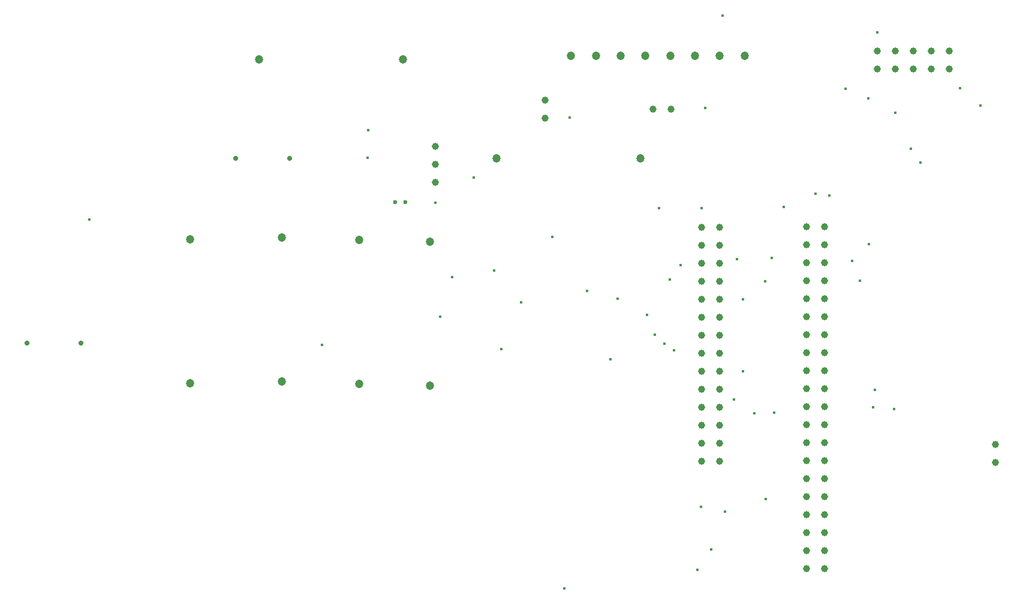
<source format=gbr>
%TF.GenerationSoftware,KiCad,Pcbnew,(5.1.9-0-10_14)*%
%TF.CreationDate,2021-02-20T16:02:16+00:00*%
%TF.ProjectId,base8x,62617365-3878-42e6-9b69-6361645f7063,rev?*%
%TF.SameCoordinates,Original*%
%TF.FileFunction,Plated,1,4,PTH,Drill*%
%TF.FilePolarity,Positive*%
%FSLAX46Y46*%
G04 Gerber Fmt 4.6, Leading zero omitted, Abs format (unit mm)*
G04 Created by KiCad (PCBNEW (5.1.9-0-10_14)) date 2021-02-20 16:02:16*
%MOMM*%
%LPD*%
G01*
G04 APERTURE LIST*
%TA.AperFunction,ViaDrill*%
%ADD10C,0.400000*%
%TD*%
%TA.AperFunction,ComponentDrill*%
%ADD11C,0.600000*%
%TD*%
%TA.AperFunction,ComponentDrill*%
%ADD12C,0.700000*%
%TD*%
%TA.AperFunction,ComponentDrill*%
%ADD13C,1.000000*%
%TD*%
%TA.AperFunction,ComponentDrill*%
%ADD14C,1.200000*%
%TD*%
G04 APERTURE END LIST*
D10*
X-326850000Y-53470000D03*
X-294020000Y-71100000D03*
X-287570000Y-44750000D03*
X-287470000Y-40830000D03*
X-278040000Y-51100000D03*
X-278040000Y-51100000D03*
X-277320000Y-67120000D03*
X-275610000Y-61590000D03*
X-272590000Y-47480000D03*
X-269720000Y-60650000D03*
X-268720000Y-71760000D03*
X-265904500Y-65124500D03*
X-261470000Y-55910000D03*
X-259850000Y-105480000D03*
X-259040000Y-39080000D03*
X-256630000Y-63550000D03*
X-253280000Y-73150000D03*
X-252250000Y-64590000D03*
X-248110000Y-66930000D03*
X-247040000Y-69690000D03*
X-246419990Y-51810010D03*
X-245640000Y-70940000D03*
X-244890000Y-61930000D03*
X-244890000Y-61930000D03*
X-244280000Y-71930000D03*
X-243370000Y-59840000D03*
X-241010000Y-102920000D03*
X-240490000Y-93960000D03*
X-240410000Y-51810010D03*
X-239910000Y-37700000D03*
X-239100000Y-99990000D03*
X-237420000Y-24690000D03*
X-237150000Y-94700000D03*
X-235810000Y-78800000D03*
X-235400000Y-59050000D03*
X-234620000Y-64730000D03*
X-234590000Y-74890000D03*
X-232990000Y-80770000D03*
X-231470000Y-62190000D03*
X-231350000Y-92910000D03*
X-230540000Y-58840000D03*
X-230150000Y-80680000D03*
X-228860000Y-51690000D03*
X-224370000Y-49810000D03*
X-222370000Y-50030000D03*
X-220070000Y-35000000D03*
X-219165000Y-59265000D03*
X-218060000Y-62050000D03*
X-216890000Y-36350000D03*
X-216820000Y-56910000D03*
X-216199990Y-79910000D03*
X-215970000Y-77500000D03*
X-215620600Y-27030600D03*
X-213270000Y-80170000D03*
X-213080600Y-38350600D03*
X-210880000Y-43480000D03*
X-209520000Y-45400000D03*
X-203890000Y-34860000D03*
X-201060000Y-37370000D03*
D11*
%TO.C,C1*%
X-283718000Y-51003200D03*
X-282218000Y-51003200D03*
D12*
%TO.C,D2*%
X-335691640Y-70898520D03*
X-328071640Y-70898520D03*
%TO.C,D1*%
X-306170000Y-44800000D03*
X-298550000Y-44800000D03*
D13*
%TO.C,Temp_sensor1*%
X-278020000Y-43150000D03*
X-278020000Y-45690000D03*
X-278020000Y-48230000D03*
%TO.C,P3*%
X-262500000Y-36580000D03*
X-262500000Y-39120000D03*
%TO.C,P4*%
X-247300000Y-37840000D03*
X-244760000Y-37840000D03*
%TO.C,J3*%
X-240450000Y-54570000D03*
X-240450000Y-57110000D03*
X-240450000Y-59650000D03*
X-240450000Y-62190000D03*
X-240450000Y-64730000D03*
X-240450000Y-67270000D03*
X-240450000Y-69810000D03*
X-240450000Y-72350000D03*
X-240450000Y-74890000D03*
X-240450000Y-77430000D03*
X-240450000Y-79970000D03*
X-240450000Y-82510000D03*
X-240450000Y-85050000D03*
X-240450000Y-87590000D03*
X-237910000Y-54570000D03*
X-237910000Y-57110000D03*
X-237910000Y-59650000D03*
X-237910000Y-62190000D03*
X-237910000Y-64730000D03*
X-237910000Y-67270000D03*
X-237910000Y-69810000D03*
X-237910000Y-72350000D03*
X-237910000Y-74890000D03*
X-237910000Y-77430000D03*
X-237910000Y-79970000D03*
X-237910000Y-82510000D03*
X-237910000Y-85050000D03*
X-237910000Y-87590000D03*
%TO.C,Raspberry_header1*%
X-225640000Y-54430000D03*
X-225640000Y-56970000D03*
X-225640000Y-59510000D03*
X-225640000Y-62050000D03*
X-225640000Y-64590000D03*
X-225640000Y-67130000D03*
X-225640000Y-69670000D03*
X-225640000Y-72210000D03*
X-225640000Y-74750000D03*
X-225640000Y-77290000D03*
X-225640000Y-79830000D03*
X-225640000Y-82370000D03*
X-225640000Y-84910000D03*
X-225640000Y-87450000D03*
X-225640000Y-89990000D03*
X-225640000Y-92530000D03*
X-225640000Y-95070000D03*
X-225640000Y-97610000D03*
X-225640000Y-100150000D03*
X-225640000Y-102690000D03*
X-223100000Y-54430000D03*
X-223100000Y-56970000D03*
X-223100000Y-59510000D03*
X-223100000Y-62050000D03*
X-223100000Y-64590000D03*
X-223100000Y-67130000D03*
X-223100000Y-69670000D03*
X-223100000Y-72210000D03*
X-223100000Y-74750000D03*
X-223100000Y-77290000D03*
X-223100000Y-79830000D03*
X-223100000Y-82370000D03*
X-223100000Y-84910000D03*
X-223100000Y-87450000D03*
X-223100000Y-89990000D03*
X-223100000Y-92530000D03*
X-223100000Y-95070000D03*
X-223100000Y-97610000D03*
X-223100000Y-100150000D03*
X-223100000Y-102690000D03*
%TO.C,J1*%
X-215620600Y-29616400D03*
X-215620600Y-32156400D03*
X-213080600Y-29616400D03*
X-213080600Y-32156400D03*
X-210540600Y-29616400D03*
X-210540600Y-32156400D03*
X-208000600Y-29616400D03*
X-208000600Y-32156400D03*
X-205460600Y-29616400D03*
X-205460600Y-32156400D03*
%TO.C,J5*%
X-198930000Y-85210000D03*
X-198930000Y-87750000D03*
D14*
%TO.C,R2*%
X-312650000Y-56200000D03*
X-312650000Y-76520000D03*
%TO.C,Resistor1*%
X-302870000Y-30810000D03*
%TO.C,R4*%
X-299690000Y-55970000D03*
X-299690000Y-76290000D03*
%TO.C,R1*%
X-288790000Y-56280000D03*
X-288790000Y-76600000D03*
%TO.C,Resistor1*%
X-282550000Y-30810000D03*
%TO.C,R3*%
X-278810000Y-56580000D03*
X-278810000Y-76900000D03*
%TO.C,R5*%
X-269341600Y-44780200D03*
%TO.C,J9*%
X-258865800Y-30302200D03*
X-255365800Y-30302200D03*
X-251865800Y-30302200D03*
%TO.C,R5*%
X-249021600Y-44780200D03*
%TO.C,J9*%
X-248365800Y-30302200D03*
X-244865800Y-30302200D03*
X-241365800Y-30302200D03*
X-237865800Y-30302200D03*
X-234365800Y-30302200D03*
M02*

</source>
